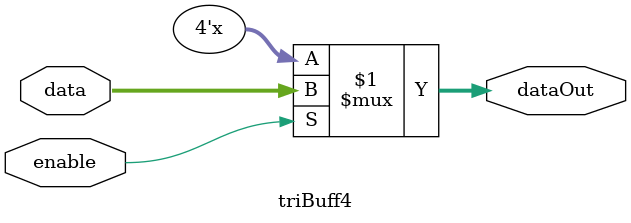
<source format=v>
`timescale 1ns/1ps
module triBuff4(input [3:0] data, input enable, output [3:0] dataOut);
    assign dataOut = enable ? data : 4'bzzzz;
endmodule
</source>
